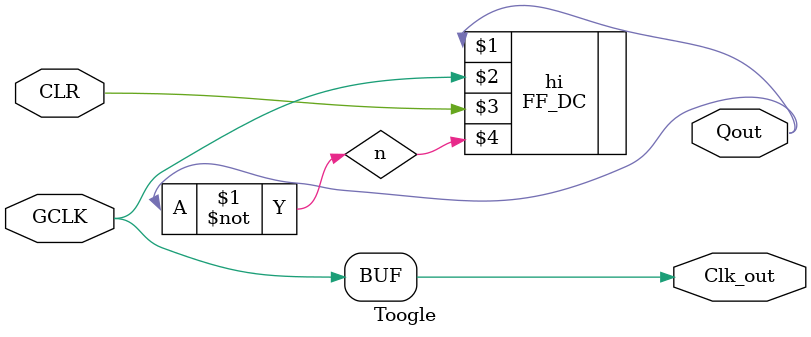
<source format=v>
`timescale 1ns / 1ps
module Toogle(GCLK, CLR, Qout, Clk_out);
	input GCLK, CLR;
	output Qout, Clk_out;
	wire n;

//FF_DC(q, clk, clr, d); input clk, clr, d; output reg q;
	FF_DC hi (Qout,GCLK,CLR,n);
	not(n,Qout);
	buf(Clk_out,GCLK);
			 
endmodule



</source>
